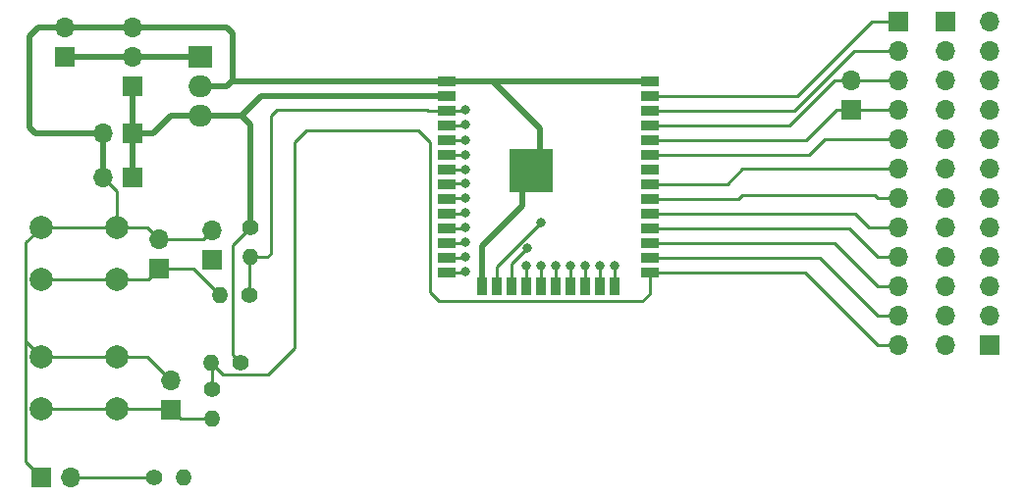
<source format=gbr>
%TF.GenerationSoftware,KiCad,Pcbnew,7.0.10*%
%TF.CreationDate,2024-01-14T13:48:43-05:00*%
%TF.ProjectId,esp32-wroom,65737033-322d-4777-926f-6f6d2e6b6963,rev?*%
%TF.SameCoordinates,Original*%
%TF.FileFunction,Copper,L1,Top*%
%TF.FilePolarity,Positive*%
%FSLAX46Y46*%
G04 Gerber Fmt 4.6, Leading zero omitted, Abs format (unit mm)*
G04 Created by KiCad (PCBNEW 7.0.10) date 2024-01-14 13:48:43*
%MOMM*%
%LPD*%
G01*
G04 APERTURE LIST*
%TA.AperFunction,SMDPad,CuDef*%
%ADD10R,1.500000X0.900000*%
%TD*%
%TA.AperFunction,SMDPad,CuDef*%
%ADD11R,0.900000X1.500000*%
%TD*%
%TA.AperFunction,SMDPad,CuDef*%
%ADD12R,3.800000X3.800000*%
%TD*%
%TA.AperFunction,ComponentPad*%
%ADD13C,1.400000*%
%TD*%
%TA.AperFunction,ComponentPad*%
%ADD14O,1.400000X1.400000*%
%TD*%
%TA.AperFunction,ComponentPad*%
%ADD15R,1.700000X1.700000*%
%TD*%
%TA.AperFunction,ComponentPad*%
%ADD16O,1.700000X1.700000*%
%TD*%
%TA.AperFunction,ComponentPad*%
%ADD17C,2.000000*%
%TD*%
%TA.AperFunction,ComponentPad*%
%ADD18R,2.000000X1.905000*%
%TD*%
%TA.AperFunction,ComponentPad*%
%ADD19O,2.000000X1.905000*%
%TD*%
%TA.AperFunction,ViaPad*%
%ADD20C,0.800000*%
%TD*%
%TA.AperFunction,Conductor*%
%ADD21C,0.500000*%
%TD*%
%TA.AperFunction,Conductor*%
%ADD22C,0.250000*%
%TD*%
G04 APERTURE END LIST*
D10*
%TO.P,U1,1,GND*%
%TO.N,GND*%
X116764000Y-66870000D03*
%TO.P,U1,2,VDD*%
%TO.N,+3V3*%
X116764000Y-68140000D03*
%TO.P,U1,3,EN*%
%TO.N,Net-(J5-Pin_1)*%
X116764000Y-69410000D03*
%TO.P,U1,4,SENSOR_VP*%
%TO.N,Net-(J5-Pin_2)*%
X116764000Y-70680000D03*
%TO.P,U1,5,SENSOR_VN*%
%TO.N,Net-(J5-Pin_3)*%
X116764000Y-71950000D03*
%TO.P,U1,6,IO34*%
%TO.N,Net-(J5-Pin_4)*%
X116764000Y-73220000D03*
%TO.P,U1,7,IO35*%
%TO.N,Net-(J5-Pin_5)*%
X116764000Y-74490000D03*
%TO.P,U1,8,IO32*%
%TO.N,Net-(J5-Pin_6)*%
X116764000Y-75760000D03*
%TO.P,U1,9,IO33*%
%TO.N,Net-(J5-Pin_7)*%
X116764000Y-77030000D03*
%TO.P,U1,10,IO25*%
%TO.N,Net-(J5-Pin_8)*%
X116764000Y-78300000D03*
%TO.P,U1,11,IO26*%
%TO.N,Net-(J5-Pin_9)*%
X116764000Y-79570000D03*
%TO.P,U1,12,IO27*%
%TO.N,Net-(J5-Pin_10)*%
X116764000Y-80840000D03*
%TO.P,U1,13,IO14*%
%TO.N,Net-(J5-Pin_11)*%
X116764000Y-82110000D03*
%TO.P,U1,14,IO12*%
%TO.N,Net-(J5-Pin_12)*%
X116764000Y-83380000D03*
D11*
%TO.P,U1,15,GND*%
%TO.N,GND*%
X119804000Y-84630000D03*
%TO.P,U1,16,IO13*%
%TO.N,Net-(J6-Pin_1)*%
X121074000Y-84630000D03*
%TO.P,U1,17,SHD/SD2*%
%TO.N,Net-(J6-Pin_2)*%
X122344000Y-84630000D03*
%TO.P,U1,18,SWP/SD3*%
%TO.N,Net-(J6-Pin_3)*%
X123614000Y-84630000D03*
%TO.P,U1,19,SCS/CMD*%
%TO.N,Net-(J6-Pin_4)*%
X124884000Y-84630000D03*
%TO.P,U1,20,SCK/CLK*%
%TO.N,Net-(J6-Pin_5)*%
X126154000Y-84630000D03*
%TO.P,U1,21,SDO/SD0*%
%TO.N,Net-(J6-Pin_6)*%
X127424000Y-84630000D03*
%TO.P,U1,22,SDI/SD1*%
%TO.N,Net-(J6-Pin_7)*%
X128694000Y-84630000D03*
%TO.P,U1,23,IO15*%
%TO.N,Net-(J6-Pin_8)*%
X129964000Y-84630000D03*
%TO.P,U1,24,IO2*%
%TO.N,Net-(J6-Pin_9)*%
X131234000Y-84630000D03*
D10*
%TO.P,U1,25,IO0*%
%TO.N,Net-(J4-Pin_12)*%
X134264000Y-83380000D03*
%TO.P,U1,26,IO4*%
%TO.N,Net-(J4-Pin_11)*%
X134264000Y-82110000D03*
%TO.P,U1,27,IO16*%
%TO.N,Net-(J4-Pin_10)*%
X134264000Y-80840000D03*
%TO.P,U1,28,IO17*%
%TO.N,Net-(J4-Pin_9)*%
X134264000Y-79570000D03*
%TO.P,U1,29,IO5*%
%TO.N,Net-(J4-Pin_8)*%
X134264000Y-78300000D03*
%TO.P,U1,30,IO18*%
%TO.N,Net-(J4-Pin_7)*%
X134264000Y-77030000D03*
%TO.P,U1,31,IO19*%
%TO.N,Net-(J4-Pin_6)*%
X134264000Y-75760000D03*
%TO.P,U1,32,NC*%
%TO.N,unconnected-(U1-NC-Pad32)*%
X134264000Y-74490000D03*
%TO.P,U1,33,IO21*%
%TO.N,Net-(J4-Pin_5)*%
X134264000Y-73220000D03*
%TO.P,U1,34,RXD0/IO3*%
%TO.N,Net-(J2-Pin_1)*%
X134264000Y-71950000D03*
%TO.P,U1,35,TXD0/IO1*%
%TO.N,Net-(J2-Pin_2)*%
X134264000Y-70680000D03*
%TO.P,U1,36,IO22*%
%TO.N,Net-(J4-Pin_2)*%
X134264000Y-69410000D03*
%TO.P,U1,37,IO23*%
%TO.N,Net-(J4-Pin_1)*%
X134264000Y-68140000D03*
%TO.P,U1,38,GND*%
%TO.N,GND*%
X134264000Y-66870000D03*
D12*
%TO.P,U1,39,GND*%
X124014000Y-74590000D03*
%TD*%
D13*
%TO.P,R5,1*%
%TO.N,Net-(D1-A)*%
X91490000Y-101092000D03*
D14*
%TO.P,R5,2*%
%TO.N,Net-(J6-Pin_9)*%
X94030000Y-101092000D03*
%TD*%
D15*
%TO.P,J1,1,Pin_1*%
%TO.N,Net-(J1-Pin_1)*%
X83820000Y-64770000D03*
D16*
%TO.P,J1,2,Pin_2*%
%TO.N,GND*%
X83820000Y-62230000D03*
%TD*%
D15*
%TO.P,C1,1*%
%TO.N,+3V3*%
X89662000Y-75184000D03*
D16*
%TO.P,C1,2*%
%TO.N,GND*%
X87122000Y-75184000D03*
%TD*%
D15*
%TO.P,J2,1,Pin_1*%
%TO.N,Net-(J2-Pin_1)*%
X151682000Y-69342000D03*
D16*
%TO.P,J2,2,Pin_2*%
%TO.N,Net-(J2-Pin_2)*%
X151682000Y-66802000D03*
%TD*%
D17*
%TO.P,SW2,1,1*%
%TO.N,GND*%
X81788000Y-90678000D03*
X88288000Y-90678000D03*
%TO.P,SW2,2,2*%
%TO.N,Net-(C5-Pad1)*%
X81788000Y-95178000D03*
X88288000Y-95178000D03*
%TD*%
D13*
%TO.P,R2,1*%
%TO.N,+3V3*%
X99822000Y-79552000D03*
D14*
%TO.P,R2,2*%
%TO.N,Net-(J5-Pin_1)*%
X99822000Y-82092000D03*
%TD*%
D15*
%TO.P,C4,1*%
%TO.N,Net-(C4-Pad1)*%
X91948000Y-83058000D03*
D16*
%TO.P,C4,2*%
%TO.N,GND*%
X91948000Y-80518000D03*
%TD*%
D18*
%TO.P,U2,1,VI*%
%TO.N,Net-(J1-Pin_1)*%
X95504000Y-64770000D03*
D19*
%TO.P,U2,2,GND*%
%TO.N,GND*%
X95504000Y-67310000D03*
%TO.P,U2,3,VO*%
%TO.N,+3V3*%
X95504000Y-69850000D03*
%TD*%
D15*
%TO.P,C3,1*%
%TO.N,Net-(J5-Pin_1)*%
X96520000Y-82301000D03*
D16*
%TO.P,C3,2*%
%TO.N,GND*%
X96520000Y-79761000D03*
%TD*%
D13*
%TO.P,R3,1*%
%TO.N,+3V3*%
X99010000Y-91186000D03*
D14*
%TO.P,R3,2*%
%TO.N,Net-(J4-Pin_12)*%
X96470000Y-91186000D03*
%TD*%
D15*
%TO.P,J6,1,Pin_1*%
%TO.N,Net-(J6-Pin_1)*%
X163620000Y-89662000D03*
D16*
%TO.P,J6,2,Pin_2*%
%TO.N,Net-(J6-Pin_2)*%
X163620000Y-87122000D03*
%TO.P,J6,3,Pin_3*%
%TO.N,Net-(J6-Pin_3)*%
X163620000Y-84582000D03*
%TO.P,J6,4,Pin_4*%
%TO.N,Net-(J6-Pin_4)*%
X163620000Y-82042000D03*
%TO.P,J6,5,Pin_5*%
%TO.N,Net-(J6-Pin_5)*%
X163620000Y-79502000D03*
%TO.P,J6,6,Pin_6*%
%TO.N,Net-(J6-Pin_6)*%
X163620000Y-76962000D03*
%TO.P,J6,7,Pin_7*%
%TO.N,Net-(J6-Pin_7)*%
X163620000Y-74422000D03*
%TO.P,J6,8,Pin_8*%
%TO.N,Net-(J6-Pin_8)*%
X163620000Y-71882000D03*
%TO.P,J6,9,Pin_9*%
%TO.N,Net-(J6-Pin_9)*%
X163620000Y-69342000D03*
%TO.P,J6,10,Pin_10*%
%TO.N,unconnected-(J6-Pin_10-Pad10)*%
X163620000Y-66802000D03*
%TO.P,J6,11,Pin_11*%
%TO.N,unconnected-(J6-Pin_11-Pad11)*%
X163620000Y-64262000D03*
%TO.P,J6,12,Pin_12*%
%TO.N,unconnected-(J6-Pin_12-Pad12)*%
X163620000Y-61722000D03*
%TD*%
D15*
%TO.P,J3,1,Pin_1*%
%TO.N,+3V3*%
X89662000Y-67310000D03*
D16*
%TO.P,J3,2,Pin_2*%
%TO.N,Net-(J1-Pin_1)*%
X89662000Y-64770000D03*
%TO.P,J3,3,Pin_3*%
%TO.N,GND*%
X89662000Y-62230000D03*
%TD*%
D13*
%TO.P,R1,1*%
%TO.N,Net-(J5-Pin_1)*%
X99772000Y-85344000D03*
D14*
%TO.P,R1,2*%
%TO.N,Net-(C4-Pad1)*%
X97232000Y-85344000D03*
%TD*%
D15*
%TO.P,J5,1,Pin_1*%
%TO.N,Net-(J5-Pin_1)*%
X159810000Y-61722000D03*
D16*
%TO.P,J5,2,Pin_2*%
%TO.N,Net-(J5-Pin_2)*%
X159810000Y-64262000D03*
%TO.P,J5,3,Pin_3*%
%TO.N,Net-(J5-Pin_3)*%
X159810000Y-66802000D03*
%TO.P,J5,4,Pin_4*%
%TO.N,Net-(J5-Pin_4)*%
X159810000Y-69342000D03*
%TO.P,J5,5,Pin_5*%
%TO.N,Net-(J5-Pin_5)*%
X159810000Y-71882000D03*
%TO.P,J5,6,Pin_6*%
%TO.N,Net-(J5-Pin_6)*%
X159810000Y-74422000D03*
%TO.P,J5,7,Pin_7*%
%TO.N,Net-(J5-Pin_7)*%
X159810000Y-76962000D03*
%TO.P,J5,8,Pin_8*%
%TO.N,Net-(J5-Pin_8)*%
X159810000Y-79502000D03*
%TO.P,J5,9,Pin_9*%
%TO.N,Net-(J5-Pin_9)*%
X159810000Y-82042000D03*
%TO.P,J5,10,Pin_10*%
%TO.N,Net-(J5-Pin_10)*%
X159810000Y-84582000D03*
%TO.P,J5,11,Pin_11*%
%TO.N,Net-(J5-Pin_11)*%
X159810000Y-87122000D03*
%TO.P,J5,12,Pin_12*%
%TO.N,Net-(J5-Pin_12)*%
X159810000Y-89662000D03*
%TD*%
D15*
%TO.P,D1,1,K*%
%TO.N,GND*%
X81788000Y-101092000D03*
D16*
%TO.P,D1,2,A*%
%TO.N,Net-(D1-A)*%
X84328000Y-101092000D03*
%TD*%
D13*
%TO.P,R4,1*%
%TO.N,Net-(J4-Pin_12)*%
X96520000Y-93522000D03*
D14*
%TO.P,R4,2*%
%TO.N,Net-(C5-Pad1)*%
X96520000Y-96062000D03*
%TD*%
D15*
%TO.P,C2,1*%
%TO.N,+3V3*%
X89662000Y-71374000D03*
D16*
%TO.P,C2,2*%
%TO.N,GND*%
X87122000Y-71374000D03*
%TD*%
D17*
%TO.P,SW1,1,1*%
%TO.N,GND*%
X81788000Y-79502000D03*
X88288000Y-79502000D03*
%TO.P,SW1,2,2*%
%TO.N,Net-(C4-Pad1)*%
X81788000Y-84002000D03*
X88288000Y-84002000D03*
%TD*%
D15*
%TO.P,C5,1*%
%TO.N,Net-(C5-Pad1)*%
X92964000Y-95250000D03*
D16*
%TO.P,C5,2*%
%TO.N,GND*%
X92964000Y-92710000D03*
%TD*%
D15*
%TO.P,J4,1,Pin_1*%
%TO.N,Net-(J4-Pin_1)*%
X155746000Y-61722000D03*
D16*
%TO.P,J4,2,Pin_2*%
%TO.N,Net-(J4-Pin_2)*%
X155746000Y-64262000D03*
%TO.P,J4,3,Pin_3*%
%TO.N,Net-(J2-Pin_2)*%
X155746000Y-66802000D03*
%TO.P,J4,4,Pin_4*%
%TO.N,Net-(J2-Pin_1)*%
X155746000Y-69342000D03*
%TO.P,J4,5,Pin_5*%
%TO.N,Net-(J4-Pin_5)*%
X155746000Y-71882000D03*
%TO.P,J4,6,Pin_6*%
%TO.N,Net-(J4-Pin_6)*%
X155746000Y-74422000D03*
%TO.P,J4,7,Pin_7*%
%TO.N,Net-(J4-Pin_7)*%
X155746000Y-76962000D03*
%TO.P,J4,8,Pin_8*%
%TO.N,Net-(J4-Pin_8)*%
X155746000Y-79502000D03*
%TO.P,J4,9,Pin_9*%
%TO.N,Net-(J4-Pin_9)*%
X155746000Y-82042000D03*
%TO.P,J4,10,Pin_10*%
%TO.N,Net-(J4-Pin_10)*%
X155746000Y-84582000D03*
%TO.P,J4,11,Pin_11*%
%TO.N,Net-(J4-Pin_11)*%
X155746000Y-87122000D03*
%TO.P,J4,12,Pin_12*%
%TO.N,Net-(J4-Pin_12)*%
X155746000Y-89662000D03*
%TD*%
D20*
%TO.N,Net-(J5-Pin_3)*%
X118408000Y-71950000D03*
%TO.N,Net-(J5-Pin_4)*%
X118408000Y-73220000D03*
%TO.N,Net-(J5-Pin_5)*%
X118408000Y-74490000D03*
%TO.N,Net-(J5-Pin_6)*%
X118408000Y-75692000D03*
%TO.N,Net-(J5-Pin_7)*%
X118408000Y-76962000D03*
%TO.N,Net-(J5-Pin_8)*%
X118408000Y-78232000D03*
%TO.N,Net-(J5-Pin_9)*%
X118408000Y-79502000D03*
%TO.N,Net-(J5-Pin_10)*%
X118408000Y-80772000D03*
%TO.N,Net-(J5-Pin_11)*%
X118408000Y-82042000D03*
%TO.N,Net-(J5-Pin_12)*%
X118408000Y-83312000D03*
%TO.N,Net-(J5-Pin_1)*%
X118408000Y-69342000D03*
%TO.N,Net-(J5-Pin_2)*%
X118408000Y-70612000D03*
%TO.N,Net-(J6-Pin_1)*%
X124857903Y-79093903D03*
%TO.N,Net-(J6-Pin_2)*%
X123737347Y-81275347D03*
%TO.N,Net-(J6-Pin_3)*%
X123614000Y-82804000D03*
%TO.N,Net-(J6-Pin_4)*%
X124884000Y-82804000D03*
%TO.N,Net-(J6-Pin_5)*%
X126154000Y-82804000D03*
%TO.N,Net-(J6-Pin_6)*%
X127424000Y-82804000D03*
%TO.N,Net-(J6-Pin_7)*%
X128694000Y-82804000D03*
%TO.N,Net-(J6-Pin_8)*%
X129964000Y-82804000D03*
%TO.N,Net-(J6-Pin_9)*%
X131234000Y-82804000D03*
%TD*%
D21*
%TO.N,+3V3*%
X89662000Y-71374000D02*
X89662000Y-75184000D01*
D22*
X98310000Y-81064000D02*
X99822000Y-79552000D01*
D21*
X95758000Y-70104000D02*
X95504000Y-69850000D01*
D22*
X98310000Y-90486000D02*
X98310000Y-81064000D01*
D21*
X92964000Y-69850000D02*
X91440000Y-71374000D01*
X99060000Y-69850000D02*
X100770000Y-68140000D01*
X95504000Y-69850000D02*
X99060000Y-69850000D01*
X116764000Y-68140000D02*
X100770000Y-68140000D01*
X91440000Y-71374000D02*
X89662000Y-71374000D01*
X99822000Y-79552000D02*
X99822000Y-70612000D01*
X89662000Y-67310000D02*
X89662000Y-71374000D01*
D22*
X99010000Y-91186000D02*
X98310000Y-90486000D01*
D21*
X99822000Y-70612000D02*
X99060000Y-69850000D01*
X95504000Y-69850000D02*
X92964000Y-69850000D01*
%TO.N,GND*%
X80772000Y-62992000D02*
X81534000Y-62230000D01*
X81280000Y-71374000D02*
X80772000Y-70866000D01*
D22*
X88288000Y-79502000D02*
X88288000Y-76350000D01*
X81788000Y-101092000D02*
X80463000Y-99767000D01*
X88288000Y-90678000D02*
X81788000Y-90678000D01*
X88288000Y-79502000D02*
X90932000Y-79502000D01*
D21*
X87122000Y-71374000D02*
X81280000Y-71374000D01*
D22*
X123309000Y-73447500D02*
X123309000Y-74972500D01*
D21*
X116764000Y-66870000D02*
X98366000Y-66870000D01*
D22*
X80463000Y-89353000D02*
X80463000Y-80827000D01*
X90932000Y-90678000D02*
X88288000Y-90678000D01*
D21*
X81534000Y-62230000D02*
X83820000Y-62230000D01*
X134264000Y-66870000D02*
X132818000Y-66870000D01*
D22*
X80463000Y-80827000D02*
X81788000Y-79502000D01*
D21*
X134264000Y-66870000D02*
X118222000Y-66870000D01*
X119804000Y-84630000D02*
X119804000Y-81154000D01*
X119804000Y-81154000D02*
X123309000Y-77649000D01*
D22*
X80463000Y-99767000D02*
X80463000Y-89353000D01*
D21*
X98298000Y-62738000D02*
X98298000Y-66802000D01*
X80772000Y-70866000D02*
X80772000Y-62992000D01*
X124834000Y-70942000D02*
X124834000Y-73447500D01*
D22*
X90932000Y-79502000D02*
X91948000Y-80518000D01*
X92964000Y-92710000D02*
X90932000Y-90678000D01*
X81788000Y-79502000D02*
X88288000Y-79502000D01*
D21*
X97790000Y-62230000D02*
X98298000Y-62738000D01*
D22*
X95763000Y-80518000D02*
X96520000Y-79761000D01*
D21*
X97790000Y-67310000D02*
X95504000Y-67310000D01*
X83820000Y-62230000D02*
X97790000Y-62230000D01*
X118222000Y-66870000D02*
X120762000Y-66870000D01*
D22*
X91948000Y-80518000D02*
X95763000Y-80518000D01*
X88288000Y-76350000D02*
X87122000Y-75184000D01*
D21*
X98366000Y-66870000D02*
X98298000Y-66802000D01*
X98298000Y-66802000D02*
X97790000Y-67310000D01*
D22*
X123309000Y-74972500D02*
X124071500Y-75735000D01*
D21*
X87122000Y-71374000D02*
X87122000Y-75184000D01*
X120762000Y-66870000D02*
X124834000Y-70942000D01*
X123309000Y-77649000D02*
X123309000Y-75735000D01*
X116764000Y-66870000D02*
X118222000Y-66870000D01*
D22*
X81788000Y-90678000D02*
X80463000Y-89353000D01*
%TO.N,Net-(C4-Pad1)*%
X88288000Y-84002000D02*
X91004000Y-84002000D01*
X94946000Y-83058000D02*
X97232000Y-85344000D01*
X91948000Y-83058000D02*
X94946000Y-83058000D01*
X91004000Y-84002000D02*
X91948000Y-83058000D01*
X81788000Y-84002000D02*
X88288000Y-84002000D01*
%TO.N,Net-(C5-Pad1)*%
X96520000Y-96062000D02*
X93776000Y-96062000D01*
X81788000Y-95178000D02*
X88288000Y-95178000D01*
X92892000Y-95178000D02*
X92964000Y-95250000D01*
X93776000Y-96062000D02*
X92964000Y-95250000D01*
X88288000Y-95178000D02*
X92892000Y-95178000D01*
%TO.N,Net-(D1-A)*%
X84328000Y-101092000D02*
X91490000Y-101092000D01*
%TO.N,Net-(J2-Pin_2)*%
X151682000Y-66802000D02*
X150160792Y-66802000D01*
X150160792Y-66802000D02*
X146282792Y-70680000D01*
X155746000Y-66802000D02*
X151682000Y-66802000D01*
X146282792Y-70680000D02*
X134264000Y-70680000D01*
%TO.N,Net-(J2-Pin_1)*%
X150368000Y-69342000D02*
X147760000Y-71950000D01*
X151682000Y-69342000D02*
X150368000Y-69342000D01*
X155746000Y-69342000D02*
X151682000Y-69342000D01*
X147760000Y-71950000D02*
X134264000Y-71950000D01*
D21*
%TO.N,Net-(J1-Pin_1)*%
X83820000Y-64770000D02*
X89662000Y-64770000D01*
X89662000Y-64770000D02*
X95504000Y-64770000D01*
D22*
%TO.N,Net-(J4-Pin_1)*%
X153416000Y-61722000D02*
X146998000Y-68140000D01*
X146998000Y-68140000D02*
X134264000Y-68140000D01*
X155746000Y-61722000D02*
X153416000Y-61722000D01*
%TO.N,Net-(J4-Pin_2)*%
X155746000Y-64262000D02*
X151892000Y-64262000D01*
X146744000Y-69410000D02*
X134264000Y-69410000D01*
X151892000Y-64262000D02*
X146744000Y-69410000D01*
%TO.N,Net-(J4-Pin_5)*%
X134264000Y-73220000D02*
X148014000Y-73220000D01*
X148014000Y-73220000D02*
X149352000Y-71882000D01*
X149352000Y-71882000D02*
X155746000Y-71882000D01*
%TO.N,Net-(J4-Pin_6)*%
X140946000Y-75760000D02*
X134264000Y-75760000D01*
X142284000Y-74422000D02*
X140946000Y-75760000D01*
X155746000Y-74422000D02*
X142284000Y-74422000D01*
%TO.N,Net-(J4-Pin_7)*%
X153968000Y-76962000D02*
X155746000Y-76962000D01*
X142240000Y-76708000D02*
X153714000Y-76708000D01*
X134264000Y-77030000D02*
X141918000Y-77030000D01*
X153714000Y-76708000D02*
X153968000Y-76962000D01*
X141918000Y-77030000D02*
X142240000Y-76708000D01*
%TO.N,Net-(J4-Pin_8)*%
X155746000Y-79502000D02*
X153206000Y-79502000D01*
X153206000Y-79502000D02*
X152004000Y-78300000D01*
X152004000Y-78300000D02*
X134264000Y-78300000D01*
%TO.N,Net-(J4-Pin_9)*%
X155746000Y-82042000D02*
X153968000Y-82042000D01*
X153968000Y-82042000D02*
X151496000Y-79570000D01*
X151496000Y-79570000D02*
X134264000Y-79570000D01*
%TO.N,Net-(J4-Pin_10)*%
X155746000Y-84582000D02*
X153968000Y-84582000D01*
X153968000Y-84582000D02*
X150226000Y-80840000D01*
X150226000Y-80840000D02*
X134264000Y-80840000D01*
%TO.N,Net-(J4-Pin_11)*%
X148956000Y-82110000D02*
X134264000Y-82110000D01*
X155746000Y-87122000D02*
X153968000Y-87122000D01*
X153968000Y-87122000D02*
X148956000Y-82110000D01*
%TO.N,Net-(J4-Pin_12)*%
X116122000Y-85852000D02*
X115360000Y-85090000D01*
X104648000Y-71120000D02*
X103632000Y-72136000D01*
X103632000Y-89916000D02*
X101337000Y-92211000D01*
X97495000Y-92211000D02*
X96470000Y-91186000D01*
X96520000Y-91236000D02*
X96470000Y-91186000D01*
X103632000Y-72136000D02*
X103632000Y-89916000D01*
X101337000Y-92211000D02*
X97495000Y-92211000D01*
X115360000Y-85090000D02*
X115360000Y-72180000D01*
X134264000Y-85236000D02*
X133648000Y-85852000D01*
X144570000Y-83380000D02*
X143046000Y-83380000D01*
X153968000Y-89662000D02*
X147686000Y-83380000D01*
X114300000Y-71120000D02*
X104648000Y-71120000D01*
X115360000Y-72180000D02*
X114300000Y-71120000D01*
X133648000Y-85852000D02*
X116122000Y-85852000D01*
X143046000Y-83380000D02*
X134264000Y-83380000D01*
X147686000Y-83380000D02*
X144570000Y-83380000D01*
X155746000Y-89662000D02*
X153968000Y-89662000D01*
X96520000Y-93522000D02*
X96520000Y-91236000D01*
X134264000Y-83380000D02*
X134264000Y-85236000D01*
%TO.N,Net-(J5-Pin_3)*%
X118408000Y-71950000D02*
X116764000Y-71950000D01*
%TO.N,Net-(J5-Pin_4)*%
X118408000Y-73220000D02*
X116764000Y-73220000D01*
%TO.N,Net-(J5-Pin_5)*%
X118408000Y-74490000D02*
X116764000Y-74490000D01*
%TO.N,Net-(J5-Pin_6)*%
X118408000Y-75692000D02*
X116832000Y-75692000D01*
X116832000Y-75692000D02*
X116764000Y-75760000D01*
%TO.N,Net-(J5-Pin_7)*%
X118408000Y-76962000D02*
X116832000Y-76962000D01*
X116832000Y-76962000D02*
X116764000Y-77030000D01*
%TO.N,Net-(J5-Pin_8)*%
X118408000Y-78232000D02*
X118340000Y-78300000D01*
X118340000Y-78300000D02*
X116764000Y-78300000D01*
%TO.N,Net-(J5-Pin_9)*%
X116764000Y-79570000D02*
X118340000Y-79570000D01*
X118340000Y-79570000D02*
X118408000Y-79502000D01*
%TO.N,Net-(J5-Pin_10)*%
X116764000Y-80840000D02*
X118340000Y-80840000D01*
X116950000Y-81026000D02*
X116764000Y-80840000D01*
X118340000Y-80840000D02*
X118408000Y-80772000D01*
%TO.N,Net-(J5-Pin_11)*%
X116832000Y-82042000D02*
X116764000Y-82110000D01*
X116764000Y-82110000D02*
X118340000Y-82110000D01*
X118340000Y-82110000D02*
X118408000Y-82042000D01*
%TO.N,Net-(J5-Pin_12)*%
X116764000Y-83380000D02*
X118340000Y-83380000D01*
X118340000Y-83380000D02*
X118408000Y-83312000D01*
%TO.N,Net-(J5-Pin_1)*%
X101600000Y-81788000D02*
X101600000Y-69850000D01*
X99613000Y-82301000D02*
X99822000Y-82092000D01*
X102108000Y-69342000D02*
X115106000Y-69342000D01*
X118408000Y-69342000D02*
X118340000Y-69410000D01*
X101600000Y-69850000D02*
X102108000Y-69342000D01*
X99772000Y-85344000D02*
X99772000Y-82142000D01*
X101296000Y-82092000D02*
X101600000Y-81788000D01*
X115106000Y-69342000D02*
X115174000Y-69410000D01*
X99822000Y-82092000D02*
X101296000Y-82092000D01*
X118340000Y-69410000D02*
X116764000Y-69410000D01*
X99772000Y-82142000D02*
X99822000Y-82092000D01*
X115174000Y-69410000D02*
X116764000Y-69410000D01*
%TO.N,Net-(J5-Pin_2)*%
X118408000Y-70612000D02*
X118340000Y-70680000D01*
X118340000Y-70680000D02*
X116764000Y-70680000D01*
%TO.N,Net-(J6-Pin_1)*%
X121074000Y-82877806D02*
X124857903Y-79093903D01*
X121074000Y-84630000D02*
X121074000Y-82877806D01*
%TO.N,Net-(J6-Pin_2)*%
X122344000Y-84630000D02*
X122344000Y-82668694D01*
X122344000Y-82668694D02*
X123737347Y-81275347D01*
%TO.N,Net-(J6-Pin_3)*%
X123614000Y-82804000D02*
X123614000Y-84630000D01*
%TO.N,Net-(J6-Pin_4)*%
X124884000Y-82804000D02*
X124884000Y-84630000D01*
%TO.N,Net-(J6-Pin_5)*%
X126154000Y-82804000D02*
X126154000Y-84630000D01*
%TO.N,Net-(J6-Pin_6)*%
X127424000Y-82804000D02*
X127424000Y-84630000D01*
X127552000Y-84502000D02*
X127424000Y-84630000D01*
%TO.N,Net-(J6-Pin_7)*%
X128568000Y-84504000D02*
X128694000Y-84630000D01*
X128694000Y-82804000D02*
X128694000Y-84630000D01*
%TO.N,Net-(J6-Pin_8)*%
X129964000Y-82804000D02*
X129964000Y-84630000D01*
%TO.N,Net-(J6-Pin_9)*%
X131234000Y-82804000D02*
X131234000Y-84630000D01*
%TD*%
M02*

</source>
